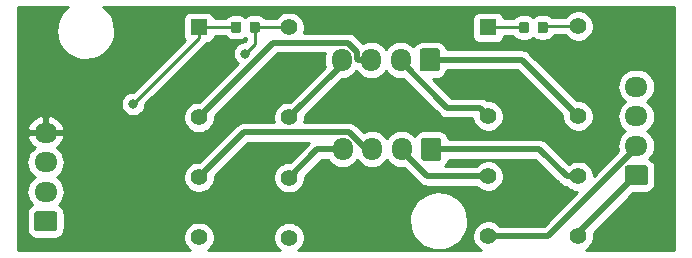
<source format=gbr>
G04 #@! TF.GenerationSoftware,KiCad,Pcbnew,(5.1.2)-2*
G04 #@! TF.CreationDate,2020-12-09T13:32:10+01:00*
G04 #@! TF.ProjectId,Relay-Board,52656c61-792d-4426-9f61-72642e6b6963,rev?*
G04 #@! TF.SameCoordinates,Original*
G04 #@! TF.FileFunction,Copper,L2,Bot*
G04 #@! TF.FilePolarity,Positive*
%FSLAX46Y46*%
G04 Gerber Fmt 4.6, Leading zero omitted, Abs format (unit mm)*
G04 Created by KiCad (PCBNEW (5.1.2)-2) date 2020-12-09 13:32:10*
%MOMM*%
%LPD*%
G04 APERTURE LIST*
%ADD10C,0.100000*%
%ADD11C,0.875000*%
%ADD12C,1.400000*%
%ADD13R,1.400000X1.400000*%
%ADD14O,1.700000X1.950000*%
%ADD15C,1.700000*%
%ADD16O,1.950000X1.700000*%
%ADD17C,0.800000*%
%ADD18C,0.250000*%
%ADD19C,0.500000*%
%ADD20C,0.254000*%
G04 APERTURE END LIST*
D10*
G36*
X134250591Y-49818053D02*
G01*
X134271826Y-49821203D01*
X134292650Y-49826419D01*
X134312862Y-49833651D01*
X134332268Y-49842830D01*
X134350681Y-49853866D01*
X134367924Y-49866654D01*
X134383830Y-49881070D01*
X134398246Y-49896976D01*
X134411034Y-49914219D01*
X134422070Y-49932632D01*
X134431249Y-49952038D01*
X134438481Y-49972250D01*
X134443697Y-49993074D01*
X134446847Y-50014309D01*
X134447900Y-50035750D01*
X134447900Y-50548250D01*
X134446847Y-50569691D01*
X134443697Y-50590926D01*
X134438481Y-50611750D01*
X134431249Y-50631962D01*
X134422070Y-50651368D01*
X134411034Y-50669781D01*
X134398246Y-50687024D01*
X134383830Y-50702930D01*
X134367924Y-50717346D01*
X134350681Y-50730134D01*
X134332268Y-50741170D01*
X134312862Y-50750349D01*
X134292650Y-50757581D01*
X134271826Y-50762797D01*
X134250591Y-50765947D01*
X134229150Y-50767000D01*
X133791650Y-50767000D01*
X133770209Y-50765947D01*
X133748974Y-50762797D01*
X133728150Y-50757581D01*
X133707938Y-50750349D01*
X133688532Y-50741170D01*
X133670119Y-50730134D01*
X133652876Y-50717346D01*
X133636970Y-50702930D01*
X133622554Y-50687024D01*
X133609766Y-50669781D01*
X133598730Y-50651368D01*
X133589551Y-50631962D01*
X133582319Y-50611750D01*
X133577103Y-50590926D01*
X133573953Y-50569691D01*
X133572900Y-50548250D01*
X133572900Y-50035750D01*
X133573953Y-50014309D01*
X133577103Y-49993074D01*
X133582319Y-49972250D01*
X133589551Y-49952038D01*
X133598730Y-49932632D01*
X133609766Y-49914219D01*
X133622554Y-49896976D01*
X133636970Y-49881070D01*
X133652876Y-49866654D01*
X133670119Y-49853866D01*
X133688532Y-49842830D01*
X133707938Y-49833651D01*
X133728150Y-49826419D01*
X133748974Y-49821203D01*
X133770209Y-49818053D01*
X133791650Y-49817000D01*
X134229150Y-49817000D01*
X134250591Y-49818053D01*
X134250591Y-49818053D01*
G37*
D11*
X134010400Y-50292000D03*
D10*
G36*
X132667791Y-49818053D02*
G01*
X132689026Y-49821203D01*
X132709850Y-49826419D01*
X132730062Y-49833651D01*
X132749468Y-49842830D01*
X132767881Y-49853866D01*
X132785124Y-49866654D01*
X132801030Y-49881070D01*
X132815446Y-49896976D01*
X132828234Y-49914219D01*
X132839270Y-49932632D01*
X132848449Y-49952038D01*
X132855681Y-49972250D01*
X132860897Y-49993074D01*
X132864047Y-50014309D01*
X132865100Y-50035750D01*
X132865100Y-50548250D01*
X132864047Y-50569691D01*
X132860897Y-50590926D01*
X132855681Y-50611750D01*
X132848449Y-50631962D01*
X132839270Y-50651368D01*
X132828234Y-50669781D01*
X132815446Y-50687024D01*
X132801030Y-50702930D01*
X132785124Y-50717346D01*
X132767881Y-50730134D01*
X132749468Y-50741170D01*
X132730062Y-50750349D01*
X132709850Y-50757581D01*
X132689026Y-50762797D01*
X132667791Y-50765947D01*
X132646350Y-50767000D01*
X132208850Y-50767000D01*
X132187409Y-50765947D01*
X132166174Y-50762797D01*
X132145350Y-50757581D01*
X132125138Y-50750349D01*
X132105732Y-50741170D01*
X132087319Y-50730134D01*
X132070076Y-50717346D01*
X132054170Y-50702930D01*
X132039754Y-50687024D01*
X132026966Y-50669781D01*
X132015930Y-50651368D01*
X132006751Y-50631962D01*
X131999519Y-50611750D01*
X131994303Y-50590926D01*
X131991153Y-50569691D01*
X131990100Y-50548250D01*
X131990100Y-50035750D01*
X131991153Y-50014309D01*
X131994303Y-49993074D01*
X131999519Y-49972250D01*
X132006751Y-49952038D01*
X132015930Y-49932632D01*
X132026966Y-49914219D01*
X132039754Y-49896976D01*
X132054170Y-49881070D01*
X132070076Y-49866654D01*
X132087319Y-49853866D01*
X132105732Y-49842830D01*
X132125138Y-49833651D01*
X132145350Y-49826419D01*
X132166174Y-49821203D01*
X132187409Y-49818053D01*
X132208850Y-49817000D01*
X132646350Y-49817000D01*
X132667791Y-49818053D01*
X132667791Y-49818053D01*
G37*
D11*
X132427600Y-50292000D03*
D10*
G36*
X109866591Y-49792653D02*
G01*
X109887826Y-49795803D01*
X109908650Y-49801019D01*
X109928862Y-49808251D01*
X109948268Y-49817430D01*
X109966681Y-49828466D01*
X109983924Y-49841254D01*
X109999830Y-49855670D01*
X110014246Y-49871576D01*
X110027034Y-49888819D01*
X110038070Y-49907232D01*
X110047249Y-49926638D01*
X110054481Y-49946850D01*
X110059697Y-49967674D01*
X110062847Y-49988909D01*
X110063900Y-50010350D01*
X110063900Y-50522850D01*
X110062847Y-50544291D01*
X110059697Y-50565526D01*
X110054481Y-50586350D01*
X110047249Y-50606562D01*
X110038070Y-50625968D01*
X110027034Y-50644381D01*
X110014246Y-50661624D01*
X109999830Y-50677530D01*
X109983924Y-50691946D01*
X109966681Y-50704734D01*
X109948268Y-50715770D01*
X109928862Y-50724949D01*
X109908650Y-50732181D01*
X109887826Y-50737397D01*
X109866591Y-50740547D01*
X109845150Y-50741600D01*
X109407650Y-50741600D01*
X109386209Y-50740547D01*
X109364974Y-50737397D01*
X109344150Y-50732181D01*
X109323938Y-50724949D01*
X109304532Y-50715770D01*
X109286119Y-50704734D01*
X109268876Y-50691946D01*
X109252970Y-50677530D01*
X109238554Y-50661624D01*
X109225766Y-50644381D01*
X109214730Y-50625968D01*
X109205551Y-50606562D01*
X109198319Y-50586350D01*
X109193103Y-50565526D01*
X109189953Y-50544291D01*
X109188900Y-50522850D01*
X109188900Y-50010350D01*
X109189953Y-49988909D01*
X109193103Y-49967674D01*
X109198319Y-49946850D01*
X109205551Y-49926638D01*
X109214730Y-49907232D01*
X109225766Y-49888819D01*
X109238554Y-49871576D01*
X109252970Y-49855670D01*
X109268876Y-49841254D01*
X109286119Y-49828466D01*
X109304532Y-49817430D01*
X109323938Y-49808251D01*
X109344150Y-49801019D01*
X109364974Y-49795803D01*
X109386209Y-49792653D01*
X109407650Y-49791600D01*
X109845150Y-49791600D01*
X109866591Y-49792653D01*
X109866591Y-49792653D01*
G37*
D11*
X109626400Y-50266600D03*
D10*
G36*
X108283791Y-49792653D02*
G01*
X108305026Y-49795803D01*
X108325850Y-49801019D01*
X108346062Y-49808251D01*
X108365468Y-49817430D01*
X108383881Y-49828466D01*
X108401124Y-49841254D01*
X108417030Y-49855670D01*
X108431446Y-49871576D01*
X108444234Y-49888819D01*
X108455270Y-49907232D01*
X108464449Y-49926638D01*
X108471681Y-49946850D01*
X108476897Y-49967674D01*
X108480047Y-49988909D01*
X108481100Y-50010350D01*
X108481100Y-50522850D01*
X108480047Y-50544291D01*
X108476897Y-50565526D01*
X108471681Y-50586350D01*
X108464449Y-50606562D01*
X108455270Y-50625968D01*
X108444234Y-50644381D01*
X108431446Y-50661624D01*
X108417030Y-50677530D01*
X108401124Y-50691946D01*
X108383881Y-50704734D01*
X108365468Y-50715770D01*
X108346062Y-50724949D01*
X108325850Y-50732181D01*
X108305026Y-50737397D01*
X108283791Y-50740547D01*
X108262350Y-50741600D01*
X107824850Y-50741600D01*
X107803409Y-50740547D01*
X107782174Y-50737397D01*
X107761350Y-50732181D01*
X107741138Y-50724949D01*
X107721732Y-50715770D01*
X107703319Y-50704734D01*
X107686076Y-50691946D01*
X107670170Y-50677530D01*
X107655754Y-50661624D01*
X107642966Y-50644381D01*
X107631930Y-50625968D01*
X107622751Y-50606562D01*
X107615519Y-50586350D01*
X107610303Y-50565526D01*
X107607153Y-50544291D01*
X107606100Y-50522850D01*
X107606100Y-50010350D01*
X107607153Y-49988909D01*
X107610303Y-49967674D01*
X107615519Y-49946850D01*
X107622751Y-49926638D01*
X107631930Y-49907232D01*
X107642966Y-49888819D01*
X107655754Y-49871576D01*
X107670170Y-49855670D01*
X107686076Y-49841254D01*
X107703319Y-49828466D01*
X107721732Y-49817430D01*
X107741138Y-49808251D01*
X107761350Y-49801019D01*
X107782174Y-49795803D01*
X107803409Y-49792653D01*
X107824850Y-49791600D01*
X108262350Y-49791600D01*
X108283791Y-49792653D01*
X108283791Y-49792653D01*
G37*
D11*
X108043600Y-50266600D03*
D12*
X137007600Y-57810400D03*
X137017600Y-67980400D03*
X137017600Y-62900400D03*
X129387600Y-57810400D03*
X129387600Y-67970400D03*
X129387600Y-62880400D03*
X137007600Y-50190400D03*
D13*
X129387600Y-50290000D03*
D12*
X112522000Y-57912000D03*
X112532000Y-68082000D03*
X112532000Y-63002000D03*
X104902000Y-57912000D03*
X104902000Y-68072000D03*
X104902000Y-62982000D03*
X112522000Y-50292000D03*
D13*
X104902000Y-50290000D03*
D14*
X117061600Y-60604400D03*
X119561600Y-60604400D03*
X122061600Y-60604400D03*
D10*
G36*
X125190994Y-59630603D02*
G01*
X125215253Y-59634202D01*
X125239042Y-59640161D01*
X125262133Y-59648423D01*
X125284302Y-59658908D01*
X125305337Y-59671516D01*
X125325035Y-59686125D01*
X125343206Y-59702594D01*
X125359675Y-59720765D01*
X125374284Y-59740463D01*
X125386892Y-59761498D01*
X125397377Y-59783667D01*
X125405639Y-59806758D01*
X125411598Y-59830547D01*
X125415197Y-59854806D01*
X125416400Y-59879300D01*
X125416400Y-61329500D01*
X125415197Y-61353994D01*
X125411598Y-61378253D01*
X125405639Y-61402042D01*
X125397377Y-61425133D01*
X125386892Y-61447302D01*
X125374284Y-61468337D01*
X125359675Y-61488035D01*
X125343206Y-61506206D01*
X125325035Y-61522675D01*
X125305337Y-61537284D01*
X125284302Y-61549892D01*
X125262133Y-61560377D01*
X125239042Y-61568639D01*
X125215253Y-61574598D01*
X125190994Y-61578197D01*
X125166500Y-61579400D01*
X123966300Y-61579400D01*
X123941806Y-61578197D01*
X123917547Y-61574598D01*
X123893758Y-61568639D01*
X123870667Y-61560377D01*
X123848498Y-61549892D01*
X123827463Y-61537284D01*
X123807765Y-61522675D01*
X123789594Y-61506206D01*
X123773125Y-61488035D01*
X123758516Y-61468337D01*
X123745908Y-61447302D01*
X123735423Y-61425133D01*
X123727161Y-61402042D01*
X123721202Y-61378253D01*
X123717603Y-61353994D01*
X123716400Y-61329500D01*
X123716400Y-59879300D01*
X123717603Y-59854806D01*
X123721202Y-59830547D01*
X123727161Y-59806758D01*
X123735423Y-59783667D01*
X123745908Y-59761498D01*
X123758516Y-59740463D01*
X123773125Y-59720765D01*
X123789594Y-59702594D01*
X123807765Y-59686125D01*
X123827463Y-59671516D01*
X123848498Y-59658908D01*
X123870667Y-59648423D01*
X123893758Y-59640161D01*
X123917547Y-59634202D01*
X123941806Y-59630603D01*
X123966300Y-59629400D01*
X125166500Y-59629400D01*
X125190994Y-59630603D01*
X125190994Y-59630603D01*
G37*
D15*
X124566400Y-60604400D03*
D16*
X141935200Y-55314200D03*
X141935200Y-57814200D03*
X141935200Y-60314200D03*
D10*
G36*
X142684704Y-61965404D02*
G01*
X142708973Y-61969004D01*
X142732771Y-61974965D01*
X142755871Y-61983230D01*
X142778049Y-61993720D01*
X142799093Y-62006333D01*
X142818798Y-62020947D01*
X142836977Y-62037423D01*
X142853453Y-62055602D01*
X142868067Y-62075307D01*
X142880680Y-62096351D01*
X142891170Y-62118529D01*
X142899435Y-62141629D01*
X142905396Y-62165427D01*
X142908996Y-62189696D01*
X142910200Y-62214200D01*
X142910200Y-63414200D01*
X142908996Y-63438704D01*
X142905396Y-63462973D01*
X142899435Y-63486771D01*
X142891170Y-63509871D01*
X142880680Y-63532049D01*
X142868067Y-63553093D01*
X142853453Y-63572798D01*
X142836977Y-63590977D01*
X142818798Y-63607453D01*
X142799093Y-63622067D01*
X142778049Y-63634680D01*
X142755871Y-63645170D01*
X142732771Y-63653435D01*
X142708973Y-63659396D01*
X142684704Y-63662996D01*
X142660200Y-63664200D01*
X141210200Y-63664200D01*
X141185696Y-63662996D01*
X141161427Y-63659396D01*
X141137629Y-63653435D01*
X141114529Y-63645170D01*
X141092351Y-63634680D01*
X141071307Y-63622067D01*
X141051602Y-63607453D01*
X141033423Y-63590977D01*
X141016947Y-63572798D01*
X141002333Y-63553093D01*
X140989720Y-63532049D01*
X140979230Y-63509871D01*
X140970965Y-63486771D01*
X140965004Y-63462973D01*
X140961404Y-63438704D01*
X140960200Y-63414200D01*
X140960200Y-62214200D01*
X140961404Y-62189696D01*
X140965004Y-62165427D01*
X140970965Y-62141629D01*
X140979230Y-62118529D01*
X140989720Y-62096351D01*
X141002333Y-62075307D01*
X141016947Y-62055602D01*
X141033423Y-62037423D01*
X141051602Y-62020947D01*
X141071307Y-62006333D01*
X141092351Y-61993720D01*
X141114529Y-61983230D01*
X141137629Y-61974965D01*
X141161427Y-61969004D01*
X141185696Y-61965404D01*
X141210200Y-61964200D01*
X142660200Y-61964200D01*
X142684704Y-61965404D01*
X142684704Y-61965404D01*
G37*
D15*
X141935200Y-62814200D03*
D14*
X116985400Y-53035200D03*
X119485400Y-53035200D03*
X121985400Y-53035200D03*
D10*
G36*
X125063994Y-52061403D02*
G01*
X125088253Y-52065002D01*
X125112042Y-52070961D01*
X125135133Y-52079223D01*
X125157302Y-52089708D01*
X125178337Y-52102316D01*
X125198035Y-52116925D01*
X125216206Y-52133394D01*
X125232675Y-52151565D01*
X125247284Y-52171263D01*
X125259892Y-52192298D01*
X125270377Y-52214467D01*
X125278639Y-52237558D01*
X125284598Y-52261347D01*
X125288197Y-52285606D01*
X125289400Y-52310100D01*
X125289400Y-53760300D01*
X125288197Y-53784794D01*
X125284598Y-53809053D01*
X125278639Y-53832842D01*
X125270377Y-53855933D01*
X125259892Y-53878102D01*
X125247284Y-53899137D01*
X125232675Y-53918835D01*
X125216206Y-53937006D01*
X125198035Y-53953475D01*
X125178337Y-53968084D01*
X125157302Y-53980692D01*
X125135133Y-53991177D01*
X125112042Y-53999439D01*
X125088253Y-54005398D01*
X125063994Y-54008997D01*
X125039500Y-54010200D01*
X123839300Y-54010200D01*
X123814806Y-54008997D01*
X123790547Y-54005398D01*
X123766758Y-53999439D01*
X123743667Y-53991177D01*
X123721498Y-53980692D01*
X123700463Y-53968084D01*
X123680765Y-53953475D01*
X123662594Y-53937006D01*
X123646125Y-53918835D01*
X123631516Y-53899137D01*
X123618908Y-53878102D01*
X123608423Y-53855933D01*
X123600161Y-53832842D01*
X123594202Y-53809053D01*
X123590603Y-53784794D01*
X123589400Y-53760300D01*
X123589400Y-52310100D01*
X123590603Y-52285606D01*
X123594202Y-52261347D01*
X123600161Y-52237558D01*
X123608423Y-52214467D01*
X123618908Y-52192298D01*
X123631516Y-52171263D01*
X123646125Y-52151565D01*
X123662594Y-52133394D01*
X123680765Y-52116925D01*
X123700463Y-52102316D01*
X123721498Y-52089708D01*
X123743667Y-52079223D01*
X123766758Y-52070961D01*
X123790547Y-52065002D01*
X123814806Y-52061403D01*
X123839300Y-52060200D01*
X125039500Y-52060200D01*
X125063994Y-52061403D01*
X125063994Y-52061403D01*
G37*
D15*
X124439400Y-53035200D03*
D16*
X91922600Y-59200400D03*
X91922600Y-61700400D03*
X91922600Y-64200400D03*
D10*
G36*
X92672104Y-65851604D02*
G01*
X92696373Y-65855204D01*
X92720171Y-65861165D01*
X92743271Y-65869430D01*
X92765449Y-65879920D01*
X92786493Y-65892533D01*
X92806198Y-65907147D01*
X92824377Y-65923623D01*
X92840853Y-65941802D01*
X92855467Y-65961507D01*
X92868080Y-65982551D01*
X92878570Y-66004729D01*
X92886835Y-66027829D01*
X92892796Y-66051627D01*
X92896396Y-66075896D01*
X92897600Y-66100400D01*
X92897600Y-67300400D01*
X92896396Y-67324904D01*
X92892796Y-67349173D01*
X92886835Y-67372971D01*
X92878570Y-67396071D01*
X92868080Y-67418249D01*
X92855467Y-67439293D01*
X92840853Y-67458998D01*
X92824377Y-67477177D01*
X92806198Y-67493653D01*
X92786493Y-67508267D01*
X92765449Y-67520880D01*
X92743271Y-67531370D01*
X92720171Y-67539635D01*
X92696373Y-67545596D01*
X92672104Y-67549196D01*
X92647600Y-67550400D01*
X91197600Y-67550400D01*
X91173096Y-67549196D01*
X91148827Y-67545596D01*
X91125029Y-67539635D01*
X91101929Y-67531370D01*
X91079751Y-67520880D01*
X91058707Y-67508267D01*
X91039002Y-67493653D01*
X91020823Y-67477177D01*
X91004347Y-67458998D01*
X90989733Y-67439293D01*
X90977120Y-67418249D01*
X90966630Y-67396071D01*
X90958365Y-67372971D01*
X90952404Y-67349173D01*
X90948804Y-67324904D01*
X90947600Y-67300400D01*
X90947600Y-66100400D01*
X90948804Y-66075896D01*
X90952404Y-66051627D01*
X90958365Y-66027829D01*
X90966630Y-66004729D01*
X90977120Y-65982551D01*
X90989733Y-65961507D01*
X91004347Y-65941802D01*
X91020823Y-65923623D01*
X91039002Y-65907147D01*
X91058707Y-65892533D01*
X91079751Y-65879920D01*
X91101929Y-65869430D01*
X91125029Y-65861165D01*
X91148827Y-65855204D01*
X91173096Y-65851604D01*
X91197600Y-65850400D01*
X92647600Y-65850400D01*
X92672104Y-65851604D01*
X92672104Y-65851604D01*
G37*
D15*
X91922600Y-66700400D03*
D17*
X108818680Y-52501800D03*
X99344480Y-56774080D03*
D18*
X109651800Y-50292000D02*
X109626400Y-50266600D01*
X112522000Y-50292000D02*
X109651800Y-50292000D01*
X109626400Y-51694080D02*
X109626400Y-50266600D01*
X108818680Y-52501800D02*
X109626400Y-51694080D01*
X134112000Y-50190400D02*
X134010400Y-50292000D01*
X137007600Y-50190400D02*
X134112000Y-50190400D01*
D19*
X116985400Y-53448600D02*
X116985400Y-53035200D01*
X112522000Y-57912000D02*
X116985400Y-53448600D01*
X111203810Y-51610190D02*
X105601999Y-57212001D01*
X118285410Y-52371719D02*
X117523881Y-51610190D01*
X117523881Y-51610190D02*
X111203810Y-51610190D01*
X118285410Y-52946450D02*
X118285410Y-52371719D01*
X118374160Y-53035200D02*
X118285410Y-52946450D01*
X105601999Y-57212001D02*
X104902000Y-57912000D01*
X119485400Y-53035200D02*
X118374160Y-53035200D01*
X121985400Y-53160200D02*
X121985400Y-53035200D01*
X125935601Y-57110401D02*
X121985400Y-53160200D01*
X128687601Y-57110401D02*
X125935601Y-57110401D01*
X129387600Y-57810400D02*
X128687601Y-57110401D01*
X132232400Y-53035200D02*
X124439400Y-53035200D01*
X137007600Y-57810400D02*
X132232400Y-53035200D01*
X130377549Y-67970400D02*
X129387600Y-67970400D01*
X134464034Y-67970400D02*
X130377549Y-67970400D01*
X141935200Y-60499234D02*
X134464034Y-67970400D01*
X141935200Y-60314200D02*
X141935200Y-60499234D01*
X137017600Y-67731800D02*
X137017600Y-67980400D01*
X141935200Y-62814200D02*
X137017600Y-67731800D01*
X114929600Y-60604400D02*
X117061600Y-60604400D01*
X112532000Y-63002000D02*
X114929600Y-60604400D01*
X105601999Y-62282001D02*
X104902000Y-62982000D01*
X108704610Y-59179390D02*
X105601999Y-62282001D01*
X117600081Y-59179390D02*
X108704610Y-59179390D01*
X119025091Y-60604400D02*
X117600081Y-59179390D01*
X119561600Y-60604400D02*
X119025091Y-60604400D01*
X122061600Y-60729400D02*
X122061600Y-60604400D01*
X124212600Y-62880400D02*
X122061600Y-60729400D01*
X129387600Y-62880400D02*
X124212600Y-62880400D01*
X125516400Y-60604400D02*
X124566400Y-60604400D01*
X133731651Y-60604400D02*
X125516400Y-60604400D01*
X136027651Y-62900400D02*
X133731651Y-60604400D01*
X137017600Y-62900400D02*
X136027651Y-62900400D01*
D18*
X108020200Y-50290000D02*
X108043600Y-50266600D01*
X104902000Y-50290000D02*
X108020200Y-50290000D01*
X129389600Y-50292000D02*
X129387600Y-50290000D01*
X132427600Y-50292000D02*
X129389600Y-50292000D01*
X104902000Y-51216560D02*
X104902000Y-50290000D01*
X99344480Y-56774080D02*
X104902000Y-51216560D01*
D20*
G36*
X93509014Y-48811161D02*
G01*
X93205341Y-49194301D01*
X92981870Y-49629128D01*
X92847113Y-50099080D01*
X92806204Y-50586255D01*
X92860700Y-51072099D01*
X93008526Y-51538104D01*
X93244051Y-51966522D01*
X93558303Y-52341034D01*
X93939314Y-52647375D01*
X94372570Y-52873876D01*
X94841570Y-53011910D01*
X95328448Y-53056219D01*
X95814660Y-53005116D01*
X96281687Y-52860547D01*
X96711738Y-52628019D01*
X97088435Y-52316389D01*
X97397428Y-51937526D01*
X97626948Y-51505861D01*
X97768253Y-51037837D01*
X97815960Y-50551280D01*
X97814983Y-50481336D01*
X97753709Y-49996301D01*
X97599391Y-49532405D01*
X97357908Y-49107317D01*
X97038457Y-48737229D01*
X96816733Y-48564000D01*
X145111001Y-48564000D01*
X145111000Y-69165000D01*
X137646244Y-69165000D01*
X137649959Y-69163461D01*
X137868613Y-69017362D01*
X138054562Y-68831413D01*
X138200661Y-68612759D01*
X138301296Y-68369805D01*
X138352600Y-68111886D01*
X138352600Y-67848914D01*
X138319329Y-67681650D01*
X141698707Y-64302272D01*
X142660200Y-64302272D01*
X142833454Y-64285208D01*
X143000050Y-64234672D01*
X143153586Y-64152605D01*
X143288162Y-64042162D01*
X143398605Y-63907586D01*
X143480672Y-63754050D01*
X143531208Y-63587454D01*
X143548272Y-63414200D01*
X143548272Y-62214200D01*
X143531208Y-62040946D01*
X143480672Y-61874350D01*
X143398605Y-61720814D01*
X143288162Y-61586238D01*
X143153586Y-61475795D01*
X143051863Y-61421423D01*
X143115334Y-61369334D01*
X143300906Y-61143214D01*
X143438799Y-60885234D01*
X143523713Y-60605311D01*
X143552385Y-60314200D01*
X143523713Y-60023089D01*
X143438799Y-59743166D01*
X143300906Y-59485186D01*
X143115334Y-59259066D01*
X142889214Y-59073494D01*
X142871826Y-59064200D01*
X142889214Y-59054906D01*
X143115334Y-58869334D01*
X143300906Y-58643214D01*
X143438799Y-58385234D01*
X143523713Y-58105311D01*
X143552385Y-57814200D01*
X143523713Y-57523089D01*
X143438799Y-57243166D01*
X143300906Y-56985186D01*
X143115334Y-56759066D01*
X142889214Y-56573494D01*
X142871826Y-56564200D01*
X142889214Y-56554906D01*
X143115334Y-56369334D01*
X143300906Y-56143214D01*
X143438799Y-55885234D01*
X143523713Y-55605311D01*
X143552385Y-55314200D01*
X143523713Y-55023089D01*
X143438799Y-54743166D01*
X143300906Y-54485186D01*
X143115334Y-54259066D01*
X142889214Y-54073494D01*
X142631234Y-53935601D01*
X142351311Y-53850687D01*
X142133150Y-53829200D01*
X141737250Y-53829200D01*
X141519089Y-53850687D01*
X141239166Y-53935601D01*
X140981186Y-54073494D01*
X140755066Y-54259066D01*
X140569494Y-54485186D01*
X140431601Y-54743166D01*
X140346687Y-55023089D01*
X140318015Y-55314200D01*
X140346687Y-55605311D01*
X140431601Y-55885234D01*
X140569494Y-56143214D01*
X140755066Y-56369334D01*
X140981186Y-56554906D01*
X140998574Y-56564200D01*
X140981186Y-56573494D01*
X140755066Y-56759066D01*
X140569494Y-56985186D01*
X140431601Y-57243166D01*
X140346687Y-57523089D01*
X140318015Y-57814200D01*
X140346687Y-58105311D01*
X140431601Y-58385234D01*
X140569494Y-58643214D01*
X140755066Y-58869334D01*
X140981186Y-59054906D01*
X140998574Y-59064200D01*
X140981186Y-59073494D01*
X140755066Y-59259066D01*
X140569494Y-59485186D01*
X140431601Y-59743166D01*
X140346687Y-60023089D01*
X140318015Y-60314200D01*
X140346687Y-60605311D01*
X140400418Y-60782437D01*
X138352600Y-62830255D01*
X138352600Y-62768914D01*
X138301296Y-62510995D01*
X138200661Y-62268041D01*
X138054562Y-62049387D01*
X137868613Y-61863438D01*
X137649959Y-61717339D01*
X137407005Y-61616704D01*
X137149086Y-61565400D01*
X136886114Y-61565400D01*
X136628195Y-61616704D01*
X136385241Y-61717339D01*
X136211954Y-61833125D01*
X134388185Y-60009356D01*
X134360468Y-59975583D01*
X134225710Y-59864989D01*
X134071964Y-59782811D01*
X133905141Y-59732205D01*
X133775128Y-59719400D01*
X133775120Y-59719400D01*
X133731651Y-59715119D01*
X133688182Y-59719400D01*
X126038723Y-59719400D01*
X126037410Y-59706065D01*
X125986879Y-59539488D01*
X125904822Y-59385969D01*
X125794391Y-59251409D01*
X125659831Y-59140978D01*
X125506312Y-59058921D01*
X125339735Y-59008390D01*
X125166500Y-58991328D01*
X123966300Y-58991328D01*
X123793065Y-59008390D01*
X123626488Y-59058921D01*
X123472969Y-59140978D01*
X123338409Y-59251409D01*
X123227978Y-59385969D01*
X123171705Y-59491249D01*
X123116734Y-59424266D01*
X122890614Y-59238694D01*
X122632634Y-59100801D01*
X122352711Y-59015887D01*
X122061600Y-58987215D01*
X121770490Y-59015887D01*
X121490567Y-59100801D01*
X121232587Y-59238694D01*
X121006466Y-59424266D01*
X120820894Y-59650386D01*
X120811600Y-59667774D01*
X120802306Y-59650386D01*
X120616734Y-59424266D01*
X120390614Y-59238694D01*
X120132634Y-59100801D01*
X119852711Y-59015887D01*
X119561600Y-58987215D01*
X119270490Y-59015887D01*
X118990567Y-59100801D01*
X118848830Y-59176561D01*
X118256615Y-58584346D01*
X118228898Y-58550573D01*
X118094140Y-58439979D01*
X117940394Y-58357801D01*
X117773571Y-58307195D01*
X117643558Y-58294390D01*
X117643550Y-58294390D01*
X117600081Y-58290109D01*
X117556612Y-58294390D01*
X113807091Y-58294390D01*
X113857000Y-58043486D01*
X113857000Y-57828578D01*
X117038415Y-54647163D01*
X117276510Y-54623713D01*
X117556433Y-54538799D01*
X117814413Y-54400906D01*
X118040534Y-54215334D01*
X118226106Y-53989214D01*
X118235400Y-53971826D01*
X118244694Y-53989213D01*
X118430266Y-54215334D01*
X118656386Y-54400906D01*
X118914366Y-54538799D01*
X119194289Y-54623713D01*
X119485400Y-54652385D01*
X119776510Y-54623713D01*
X120056433Y-54538799D01*
X120314413Y-54400906D01*
X120540534Y-54215334D01*
X120726106Y-53989214D01*
X120735400Y-53971826D01*
X120744694Y-53989213D01*
X120930266Y-54215334D01*
X121156386Y-54400906D01*
X121414366Y-54538799D01*
X121694289Y-54623713D01*
X121985400Y-54652385D01*
X122204434Y-54630812D01*
X125279071Y-57705450D01*
X125306784Y-57739218D01*
X125340552Y-57766931D01*
X125340554Y-57766933D01*
X125393519Y-57810400D01*
X125441542Y-57849812D01*
X125595288Y-57931990D01*
X125762111Y-57982596D01*
X125892124Y-57995401D01*
X125892132Y-57995401D01*
X125935601Y-57999682D01*
X125979070Y-57995401D01*
X128063245Y-57995401D01*
X128103904Y-58199805D01*
X128204539Y-58442759D01*
X128350638Y-58661413D01*
X128536587Y-58847362D01*
X128755241Y-58993461D01*
X128998195Y-59094096D01*
X129256114Y-59145400D01*
X129519086Y-59145400D01*
X129777005Y-59094096D01*
X130019959Y-58993461D01*
X130238613Y-58847362D01*
X130424562Y-58661413D01*
X130570661Y-58442759D01*
X130671296Y-58199805D01*
X130722600Y-57941886D01*
X130722600Y-57678914D01*
X130671296Y-57420995D01*
X130570661Y-57178041D01*
X130424562Y-56959387D01*
X130238613Y-56773438D01*
X130019959Y-56627339D01*
X129777005Y-56526704D01*
X129519086Y-56475400D01*
X129308883Y-56475400D01*
X129181660Y-56370990D01*
X129027914Y-56288812D01*
X128861091Y-56238206D01*
X128731078Y-56225401D01*
X128731070Y-56225401D01*
X128687601Y-56221120D01*
X128644132Y-56225401D01*
X126302180Y-56225401D01*
X124725051Y-54648272D01*
X125039500Y-54648272D01*
X125212735Y-54631210D01*
X125379312Y-54580679D01*
X125532831Y-54498622D01*
X125667391Y-54388191D01*
X125777822Y-54253631D01*
X125859879Y-54100112D01*
X125910410Y-53933535D01*
X125911723Y-53920200D01*
X131865822Y-53920200D01*
X135672600Y-57726979D01*
X135672600Y-57941886D01*
X135723904Y-58199805D01*
X135824539Y-58442759D01*
X135970638Y-58661413D01*
X136156587Y-58847362D01*
X136375241Y-58993461D01*
X136618195Y-59094096D01*
X136876114Y-59145400D01*
X137139086Y-59145400D01*
X137397005Y-59094096D01*
X137639959Y-58993461D01*
X137858613Y-58847362D01*
X138044562Y-58661413D01*
X138190661Y-58442759D01*
X138291296Y-58199805D01*
X138342600Y-57941886D01*
X138342600Y-57678914D01*
X138291296Y-57420995D01*
X138190661Y-57178041D01*
X138044562Y-56959387D01*
X137858613Y-56773438D01*
X137639959Y-56627339D01*
X137397005Y-56526704D01*
X137139086Y-56475400D01*
X136924179Y-56475400D01*
X132888932Y-52440154D01*
X132861217Y-52406383D01*
X132726459Y-52295789D01*
X132572713Y-52213611D01*
X132405890Y-52163005D01*
X132275877Y-52150200D01*
X132275869Y-52150200D01*
X132232400Y-52145919D01*
X132188931Y-52150200D01*
X125911723Y-52150200D01*
X125910410Y-52136865D01*
X125859879Y-51970288D01*
X125777822Y-51816769D01*
X125667391Y-51682209D01*
X125532831Y-51571778D01*
X125379312Y-51489721D01*
X125212735Y-51439190D01*
X125039500Y-51422128D01*
X123839300Y-51422128D01*
X123666065Y-51439190D01*
X123499488Y-51489721D01*
X123345969Y-51571778D01*
X123211409Y-51682209D01*
X123100978Y-51816769D01*
X123064742Y-51884563D01*
X123040534Y-51855066D01*
X122814414Y-51669494D01*
X122556434Y-51531601D01*
X122276511Y-51446687D01*
X121985400Y-51418015D01*
X121694290Y-51446687D01*
X121414367Y-51531601D01*
X121156387Y-51669494D01*
X120930266Y-51855066D01*
X120744694Y-52081186D01*
X120735400Y-52098574D01*
X120726106Y-52081186D01*
X120540534Y-51855066D01*
X120314414Y-51669494D01*
X120056434Y-51531601D01*
X119776511Y-51446687D01*
X119485400Y-51418015D01*
X119194290Y-51446687D01*
X118914367Y-51531601D01*
X118772630Y-51607361D01*
X118180415Y-51015146D01*
X118152698Y-50981373D01*
X118017940Y-50870779D01*
X117864194Y-50788601D01*
X117697371Y-50737995D01*
X117567358Y-50725190D01*
X117567350Y-50725190D01*
X117523881Y-50720909D01*
X117480412Y-50725190D01*
X113787560Y-50725190D01*
X113805696Y-50681405D01*
X113857000Y-50423486D01*
X113857000Y-50160514D01*
X113805696Y-49902595D01*
X113705061Y-49659641D01*
X113658529Y-49590000D01*
X128049528Y-49590000D01*
X128049528Y-50990000D01*
X128061788Y-51114482D01*
X128098098Y-51234180D01*
X128157063Y-51344494D01*
X128236415Y-51441185D01*
X128333106Y-51520537D01*
X128443420Y-51579502D01*
X128563118Y-51615812D01*
X128687600Y-51628072D01*
X130087600Y-51628072D01*
X130212082Y-51615812D01*
X130331780Y-51579502D01*
X130442094Y-51520537D01*
X130538785Y-51441185D01*
X130618137Y-51344494D01*
X130677102Y-51234180D01*
X130713412Y-51114482D01*
X130719566Y-51052000D01*
X131519182Y-51052000D01*
X131602985Y-51154115D01*
X131732825Y-51260671D01*
X131880958Y-51339850D01*
X132041692Y-51388608D01*
X132208850Y-51405072D01*
X132646350Y-51405072D01*
X132813508Y-51388608D01*
X132974242Y-51339850D01*
X133122375Y-51260671D01*
X133219000Y-51181374D01*
X133315625Y-51260671D01*
X133463758Y-51339850D01*
X133624492Y-51388608D01*
X133791650Y-51405072D01*
X134229150Y-51405072D01*
X134396308Y-51388608D01*
X134557042Y-51339850D01*
X134705175Y-51260671D01*
X134835015Y-51154115D01*
X134941571Y-51024275D01*
X134981058Y-50950400D01*
X135909825Y-50950400D01*
X135970638Y-51041413D01*
X136156587Y-51227362D01*
X136375241Y-51373461D01*
X136618195Y-51474096D01*
X136876114Y-51525400D01*
X137139086Y-51525400D01*
X137397005Y-51474096D01*
X137639959Y-51373461D01*
X137858613Y-51227362D01*
X138044562Y-51041413D01*
X138190661Y-50822759D01*
X138291296Y-50579805D01*
X138342600Y-50321886D01*
X138342600Y-50058914D01*
X138291296Y-49800995D01*
X138190661Y-49558041D01*
X138044562Y-49339387D01*
X137858613Y-49153438D01*
X137639959Y-49007339D01*
X137397005Y-48906704D01*
X137139086Y-48855400D01*
X136876114Y-48855400D01*
X136618195Y-48906704D01*
X136375241Y-49007339D01*
X136156587Y-49153438D01*
X135970638Y-49339387D01*
X135909825Y-49430400D01*
X134835438Y-49430400D01*
X134835015Y-49429885D01*
X134705175Y-49323329D01*
X134557042Y-49244150D01*
X134396308Y-49195392D01*
X134229150Y-49178928D01*
X133791650Y-49178928D01*
X133624492Y-49195392D01*
X133463758Y-49244150D01*
X133315625Y-49323329D01*
X133219000Y-49402626D01*
X133122375Y-49323329D01*
X132974242Y-49244150D01*
X132813508Y-49195392D01*
X132646350Y-49178928D01*
X132208850Y-49178928D01*
X132041692Y-49195392D01*
X131880958Y-49244150D01*
X131732825Y-49323329D01*
X131602985Y-49429885D01*
X131519182Y-49532000D01*
X130719960Y-49532000D01*
X130713412Y-49465518D01*
X130677102Y-49345820D01*
X130618137Y-49235506D01*
X130538785Y-49138815D01*
X130442094Y-49059463D01*
X130331780Y-49000498D01*
X130212082Y-48964188D01*
X130087600Y-48951928D01*
X128687600Y-48951928D01*
X128563118Y-48964188D01*
X128443420Y-49000498D01*
X128333106Y-49059463D01*
X128236415Y-49138815D01*
X128157063Y-49235506D01*
X128098098Y-49345820D01*
X128061788Y-49465518D01*
X128049528Y-49590000D01*
X113658529Y-49590000D01*
X113558962Y-49440987D01*
X113373013Y-49255038D01*
X113154359Y-49108939D01*
X112911405Y-49008304D01*
X112653486Y-48957000D01*
X112390514Y-48957000D01*
X112132595Y-49008304D01*
X111889641Y-49108939D01*
X111670987Y-49255038D01*
X111485038Y-49440987D01*
X111424225Y-49532000D01*
X110555663Y-49532000D01*
X110451015Y-49404485D01*
X110321175Y-49297929D01*
X110173042Y-49218750D01*
X110012308Y-49169992D01*
X109845150Y-49153528D01*
X109407650Y-49153528D01*
X109240492Y-49169992D01*
X109079758Y-49218750D01*
X108931625Y-49297929D01*
X108835000Y-49377226D01*
X108738375Y-49297929D01*
X108590242Y-49218750D01*
X108429508Y-49169992D01*
X108262350Y-49153528D01*
X107824850Y-49153528D01*
X107657692Y-49169992D01*
X107496958Y-49218750D01*
X107348825Y-49297929D01*
X107218985Y-49404485D01*
X107115978Y-49530000D01*
X106234163Y-49530000D01*
X106227812Y-49465518D01*
X106191502Y-49345820D01*
X106132537Y-49235506D01*
X106053185Y-49138815D01*
X105956494Y-49059463D01*
X105846180Y-49000498D01*
X105726482Y-48964188D01*
X105602000Y-48951928D01*
X104202000Y-48951928D01*
X104077518Y-48964188D01*
X103957820Y-49000498D01*
X103847506Y-49059463D01*
X103750815Y-49138815D01*
X103671463Y-49235506D01*
X103612498Y-49345820D01*
X103576188Y-49465518D01*
X103563928Y-49590000D01*
X103563928Y-50990000D01*
X103576188Y-51114482D01*
X103612498Y-51234180D01*
X103671463Y-51344494D01*
X103683994Y-51359764D01*
X99304679Y-55739080D01*
X99242541Y-55739080D01*
X99042582Y-55778854D01*
X98854224Y-55856875D01*
X98684706Y-55970143D01*
X98540543Y-56114306D01*
X98427275Y-56283824D01*
X98349254Y-56472182D01*
X98309480Y-56672141D01*
X98309480Y-56876019D01*
X98349254Y-57075978D01*
X98427275Y-57264336D01*
X98540543Y-57433854D01*
X98684706Y-57578017D01*
X98854224Y-57691285D01*
X99042582Y-57769306D01*
X99242541Y-57809080D01*
X99446419Y-57809080D01*
X99646378Y-57769306D01*
X99834736Y-57691285D01*
X100004254Y-57578017D01*
X100148417Y-57433854D01*
X100261685Y-57264336D01*
X100339706Y-57075978D01*
X100379480Y-56876019D01*
X100379480Y-56813881D01*
X105413004Y-51780358D01*
X105442001Y-51756561D01*
X105503020Y-51682209D01*
X105536974Y-51640837D01*
X105543797Y-51628072D01*
X105602000Y-51628072D01*
X105726482Y-51615812D01*
X105846180Y-51579502D01*
X105956494Y-51520537D01*
X106053185Y-51441185D01*
X106132537Y-51344494D01*
X106191502Y-51234180D01*
X106227812Y-51114482D01*
X106234163Y-51050000D01*
X107154386Y-51050000D01*
X107218985Y-51128715D01*
X107348825Y-51235271D01*
X107496958Y-51314450D01*
X107657692Y-51363208D01*
X107824850Y-51379672D01*
X108262350Y-51379672D01*
X108429508Y-51363208D01*
X108590242Y-51314450D01*
X108738375Y-51235271D01*
X108835000Y-51155974D01*
X108866400Y-51181743D01*
X108866400Y-51379278D01*
X108778878Y-51466800D01*
X108716741Y-51466800D01*
X108516782Y-51506574D01*
X108328424Y-51584595D01*
X108158906Y-51697863D01*
X108014743Y-51842026D01*
X107901475Y-52011544D01*
X107823454Y-52199902D01*
X107783680Y-52399861D01*
X107783680Y-52603739D01*
X107823454Y-52803698D01*
X107901475Y-52992056D01*
X108014743Y-53161574D01*
X108158906Y-53305737D01*
X108217520Y-53344901D01*
X105006958Y-56555464D01*
X105006952Y-56555469D01*
X104985421Y-56577000D01*
X104770514Y-56577000D01*
X104512595Y-56628304D01*
X104269641Y-56728939D01*
X104050987Y-56875038D01*
X103865038Y-57060987D01*
X103718939Y-57279641D01*
X103618304Y-57522595D01*
X103567000Y-57780514D01*
X103567000Y-58043486D01*
X103618304Y-58301405D01*
X103718939Y-58544359D01*
X103865038Y-58763013D01*
X104050987Y-58948962D01*
X104269641Y-59095061D01*
X104512595Y-59195696D01*
X104770514Y-59247000D01*
X105033486Y-59247000D01*
X105291405Y-59195696D01*
X105534359Y-59095061D01*
X105753013Y-58948962D01*
X105938962Y-58763013D01*
X106085061Y-58544359D01*
X106185696Y-58301405D01*
X106237000Y-58043486D01*
X106237000Y-57828579D01*
X106258531Y-57807048D01*
X106258536Y-57807042D01*
X111570389Y-52495190D01*
X115559471Y-52495190D01*
X115521887Y-52619089D01*
X115500400Y-52837250D01*
X115500400Y-53233149D01*
X115521887Y-53451310D01*
X115570583Y-53611838D01*
X112605422Y-56577000D01*
X112390514Y-56577000D01*
X112132595Y-56628304D01*
X111889641Y-56728939D01*
X111670987Y-56875038D01*
X111485038Y-57060987D01*
X111338939Y-57279641D01*
X111238304Y-57522595D01*
X111187000Y-57780514D01*
X111187000Y-58043486D01*
X111236909Y-58294390D01*
X108748079Y-58294390D01*
X108704610Y-58290109D01*
X108661141Y-58294390D01*
X108661133Y-58294390D01*
X108531120Y-58307195D01*
X108364296Y-58357801D01*
X108210551Y-58439979D01*
X108109563Y-58522858D01*
X108109561Y-58522860D01*
X108075793Y-58550573D01*
X108048080Y-58584341D01*
X105006957Y-61625465D01*
X105006952Y-61625469D01*
X104985421Y-61647000D01*
X104770514Y-61647000D01*
X104512595Y-61698304D01*
X104269641Y-61798939D01*
X104050987Y-61945038D01*
X103865038Y-62130987D01*
X103718939Y-62349641D01*
X103618304Y-62592595D01*
X103567000Y-62850514D01*
X103567000Y-63113486D01*
X103618304Y-63371405D01*
X103718939Y-63614359D01*
X103865038Y-63833013D01*
X104050987Y-64018962D01*
X104269641Y-64165061D01*
X104512595Y-64265696D01*
X104770514Y-64317000D01*
X105033486Y-64317000D01*
X105291405Y-64265696D01*
X105534359Y-64165061D01*
X105753013Y-64018962D01*
X105938962Y-63833013D01*
X106085061Y-63614359D01*
X106185696Y-63371405D01*
X106237000Y-63113486D01*
X106237000Y-62898579D01*
X106258531Y-62877048D01*
X106258535Y-62877043D01*
X109071189Y-60064390D01*
X114218031Y-60064390D01*
X112615422Y-61667000D01*
X112400514Y-61667000D01*
X112142595Y-61718304D01*
X111899641Y-61818939D01*
X111680987Y-61965038D01*
X111495038Y-62150987D01*
X111348939Y-62369641D01*
X111248304Y-62612595D01*
X111197000Y-62870514D01*
X111197000Y-63133486D01*
X111248304Y-63391405D01*
X111348939Y-63634359D01*
X111495038Y-63853013D01*
X111680987Y-64038962D01*
X111899641Y-64185061D01*
X112142595Y-64285696D01*
X112400514Y-64337000D01*
X112663486Y-64337000D01*
X112921405Y-64285696D01*
X113164359Y-64185061D01*
X113383013Y-64038962D01*
X113568962Y-63853013D01*
X113715061Y-63634359D01*
X113815696Y-63391405D01*
X113867000Y-63133486D01*
X113867000Y-62918578D01*
X115296179Y-61489400D01*
X115784006Y-61489400D01*
X115820894Y-61558413D01*
X116006466Y-61784534D01*
X116232586Y-61970106D01*
X116490566Y-62107999D01*
X116770489Y-62192913D01*
X117061600Y-62221585D01*
X117352710Y-62192913D01*
X117632633Y-62107999D01*
X117890613Y-61970106D01*
X118116734Y-61784534D01*
X118302306Y-61558414D01*
X118311600Y-61541026D01*
X118320894Y-61558413D01*
X118506466Y-61784534D01*
X118732586Y-61970106D01*
X118990566Y-62107999D01*
X119270489Y-62192913D01*
X119561600Y-62221585D01*
X119852710Y-62192913D01*
X120132633Y-62107999D01*
X120390613Y-61970106D01*
X120616734Y-61784534D01*
X120802306Y-61558414D01*
X120811600Y-61541026D01*
X120820894Y-61558413D01*
X121006466Y-61784534D01*
X121232586Y-61970106D01*
X121490566Y-62107999D01*
X121770489Y-62192913D01*
X122061600Y-62221585D01*
X122280634Y-62200012D01*
X123556070Y-63475449D01*
X123583783Y-63509217D01*
X123617551Y-63536930D01*
X123617553Y-63536932D01*
X123641923Y-63556932D01*
X123718541Y-63619811D01*
X123872287Y-63701989D01*
X124039110Y-63752595D01*
X124169123Y-63765400D01*
X124169133Y-63765400D01*
X124212599Y-63769681D01*
X124256065Y-63765400D01*
X128384625Y-63765400D01*
X128536587Y-63917362D01*
X128755241Y-64063461D01*
X128998195Y-64164096D01*
X129256114Y-64215400D01*
X129519086Y-64215400D01*
X129777005Y-64164096D01*
X130019959Y-64063461D01*
X130238613Y-63917362D01*
X130424562Y-63731413D01*
X130570661Y-63512759D01*
X130671296Y-63269805D01*
X130722600Y-63011886D01*
X130722600Y-62748914D01*
X130671296Y-62490995D01*
X130570661Y-62248041D01*
X130424562Y-62029387D01*
X130238613Y-61843438D01*
X130019959Y-61697339D01*
X129777005Y-61596704D01*
X129519086Y-61545400D01*
X129256114Y-61545400D01*
X128998195Y-61596704D01*
X128755241Y-61697339D01*
X128536587Y-61843438D01*
X128384625Y-61995400D01*
X125748077Y-61995400D01*
X125794391Y-61957391D01*
X125904822Y-61822831D01*
X125986879Y-61669312D01*
X126037410Y-61502735D01*
X126038723Y-61489400D01*
X133365073Y-61489400D01*
X135371121Y-63495449D01*
X135398834Y-63529217D01*
X135432602Y-63556930D01*
X135432604Y-63556932D01*
X135469795Y-63587454D01*
X135533592Y-63639811D01*
X135687338Y-63721989D01*
X135854161Y-63772595D01*
X135984174Y-63785400D01*
X135984184Y-63785400D01*
X136017951Y-63788726D01*
X136166587Y-63937362D01*
X136385241Y-64083461D01*
X136628195Y-64184096D01*
X136886114Y-64235400D01*
X136947456Y-64235400D01*
X134097456Y-67085400D01*
X130390575Y-67085400D01*
X130238613Y-66933438D01*
X130019959Y-66787339D01*
X129777005Y-66686704D01*
X129519086Y-66635400D01*
X129256114Y-66635400D01*
X128998195Y-66686704D01*
X128755241Y-66787339D01*
X128536587Y-66933438D01*
X128350638Y-67119387D01*
X128204539Y-67338041D01*
X128103904Y-67580995D01*
X128052600Y-67838914D01*
X128052600Y-68101886D01*
X128103904Y-68359805D01*
X128204539Y-68602759D01*
X128350638Y-68821413D01*
X128536587Y-69007362D01*
X128755241Y-69153461D01*
X128783099Y-69165000D01*
X125259557Y-69165000D01*
X125700300Y-69118676D01*
X126167327Y-68974107D01*
X126597378Y-68741579D01*
X126974075Y-68429949D01*
X127283068Y-68051086D01*
X127512588Y-67619421D01*
X127653893Y-67151397D01*
X127701600Y-66664840D01*
X127700623Y-66594896D01*
X127639349Y-66109861D01*
X127485031Y-65645965D01*
X127243548Y-65220877D01*
X126924097Y-64850789D01*
X126538846Y-64549799D01*
X126102470Y-64329369D01*
X125631589Y-64197897D01*
X125144139Y-64160389D01*
X124658688Y-64218276D01*
X124193726Y-64369351D01*
X123766963Y-64607861D01*
X123394654Y-64924721D01*
X123090981Y-65307861D01*
X122867510Y-65742688D01*
X122732753Y-66212640D01*
X122691844Y-66699815D01*
X122746340Y-67185659D01*
X122894166Y-67651664D01*
X123129691Y-68080082D01*
X123443943Y-68454594D01*
X123824954Y-68760935D01*
X124258210Y-68987436D01*
X124727210Y-69125470D01*
X125161575Y-69165000D01*
X113314112Y-69165000D01*
X113383013Y-69118962D01*
X113568962Y-68933013D01*
X113715061Y-68714359D01*
X113815696Y-68471405D01*
X113867000Y-68213486D01*
X113867000Y-67950514D01*
X113815696Y-67692595D01*
X113715061Y-67449641D01*
X113568962Y-67230987D01*
X113383013Y-67045038D01*
X113164359Y-66898939D01*
X112921405Y-66798304D01*
X112663486Y-66747000D01*
X112400514Y-66747000D01*
X112142595Y-66798304D01*
X111899641Y-66898939D01*
X111680987Y-67045038D01*
X111495038Y-67230987D01*
X111348939Y-67449641D01*
X111248304Y-67692595D01*
X111197000Y-67950514D01*
X111197000Y-68213486D01*
X111248304Y-68471405D01*
X111348939Y-68714359D01*
X111495038Y-68933013D01*
X111680987Y-69118962D01*
X111749888Y-69165000D01*
X105669146Y-69165000D01*
X105753013Y-69108962D01*
X105938962Y-68923013D01*
X106085061Y-68704359D01*
X106185696Y-68461405D01*
X106237000Y-68203486D01*
X106237000Y-67940514D01*
X106185696Y-67682595D01*
X106085061Y-67439641D01*
X105938962Y-67220987D01*
X105753013Y-67035038D01*
X105534359Y-66888939D01*
X105291405Y-66788304D01*
X105033486Y-66737000D01*
X104770514Y-66737000D01*
X104512595Y-66788304D01*
X104269641Y-66888939D01*
X104050987Y-67035038D01*
X103865038Y-67220987D01*
X103718939Y-67439641D01*
X103618304Y-67682595D01*
X103567000Y-67940514D01*
X103567000Y-68203486D01*
X103618304Y-68461405D01*
X103718939Y-68704359D01*
X103865038Y-68923013D01*
X104050987Y-69108962D01*
X104134854Y-69165000D01*
X89585000Y-69165000D01*
X89585000Y-61700400D01*
X90305415Y-61700400D01*
X90334087Y-61991511D01*
X90419001Y-62271434D01*
X90556894Y-62529414D01*
X90742466Y-62755534D01*
X90968586Y-62941106D01*
X90985974Y-62950400D01*
X90968586Y-62959694D01*
X90742466Y-63145266D01*
X90556894Y-63371386D01*
X90419001Y-63629366D01*
X90334087Y-63909289D01*
X90305415Y-64200400D01*
X90334087Y-64491511D01*
X90419001Y-64771434D01*
X90556894Y-65029414D01*
X90742466Y-65255534D01*
X90805937Y-65307623D01*
X90704214Y-65361995D01*
X90569638Y-65472438D01*
X90459195Y-65607014D01*
X90377128Y-65760550D01*
X90326592Y-65927146D01*
X90309528Y-66100400D01*
X90309528Y-67300400D01*
X90326592Y-67473654D01*
X90377128Y-67640250D01*
X90459195Y-67793786D01*
X90569638Y-67928362D01*
X90704214Y-68038805D01*
X90857750Y-68120872D01*
X91024346Y-68171408D01*
X91197600Y-68188472D01*
X92647600Y-68188472D01*
X92820854Y-68171408D01*
X92987450Y-68120872D01*
X93140986Y-68038805D01*
X93275562Y-67928362D01*
X93386005Y-67793786D01*
X93468072Y-67640250D01*
X93518608Y-67473654D01*
X93535672Y-67300400D01*
X93535672Y-66100400D01*
X93518608Y-65927146D01*
X93468072Y-65760550D01*
X93386005Y-65607014D01*
X93275562Y-65472438D01*
X93140986Y-65361995D01*
X93039263Y-65307623D01*
X93102734Y-65255534D01*
X93288306Y-65029414D01*
X93426199Y-64771434D01*
X93511113Y-64491511D01*
X93539785Y-64200400D01*
X93511113Y-63909289D01*
X93426199Y-63629366D01*
X93288306Y-63371386D01*
X93102734Y-63145266D01*
X92876614Y-62959694D01*
X92859226Y-62950400D01*
X92876614Y-62941106D01*
X93102734Y-62755534D01*
X93288306Y-62529414D01*
X93426199Y-62271434D01*
X93511113Y-61991511D01*
X93539785Y-61700400D01*
X93511113Y-61409289D01*
X93426199Y-61129366D01*
X93288306Y-60871386D01*
X93102734Y-60645266D01*
X92876614Y-60459694D01*
X92850878Y-60445938D01*
X93057029Y-60289449D01*
X93250096Y-60071593D01*
X93396952Y-59820258D01*
X93489076Y-59557290D01*
X93367755Y-59327400D01*
X92049600Y-59327400D01*
X92049600Y-59347400D01*
X91795600Y-59347400D01*
X91795600Y-59327400D01*
X90477445Y-59327400D01*
X90356124Y-59557290D01*
X90448248Y-59820258D01*
X90595104Y-60071593D01*
X90788171Y-60289449D01*
X90994322Y-60445938D01*
X90968586Y-60459694D01*
X90742466Y-60645266D01*
X90556894Y-60871386D01*
X90419001Y-61129366D01*
X90334087Y-61409289D01*
X90305415Y-61700400D01*
X89585000Y-61700400D01*
X89585000Y-58843510D01*
X90356124Y-58843510D01*
X90477445Y-59073400D01*
X91795600Y-59073400D01*
X91795600Y-57874235D01*
X92049600Y-57874235D01*
X92049600Y-59073400D01*
X93367755Y-59073400D01*
X93489076Y-58843510D01*
X93396952Y-58580542D01*
X93250096Y-58329207D01*
X93057029Y-58111351D01*
X92825170Y-57935347D01*
X92563430Y-57807958D01*
X92281867Y-57734080D01*
X92049600Y-57874235D01*
X91795600Y-57874235D01*
X91563333Y-57734080D01*
X91281770Y-57807958D01*
X91020030Y-57935347D01*
X90788171Y-58111351D01*
X90595104Y-58329207D01*
X90448248Y-58580542D01*
X90356124Y-58843510D01*
X89585000Y-58843510D01*
X89585000Y-48564000D01*
X93799427Y-48564000D01*
X93509014Y-48811161D01*
X93509014Y-48811161D01*
G37*
X93509014Y-48811161D02*
X93205341Y-49194301D01*
X92981870Y-49629128D01*
X92847113Y-50099080D01*
X92806204Y-50586255D01*
X92860700Y-51072099D01*
X93008526Y-51538104D01*
X93244051Y-51966522D01*
X93558303Y-52341034D01*
X93939314Y-52647375D01*
X94372570Y-52873876D01*
X94841570Y-53011910D01*
X95328448Y-53056219D01*
X95814660Y-53005116D01*
X96281687Y-52860547D01*
X96711738Y-52628019D01*
X97088435Y-52316389D01*
X97397428Y-51937526D01*
X97626948Y-51505861D01*
X97768253Y-51037837D01*
X97815960Y-50551280D01*
X97814983Y-50481336D01*
X97753709Y-49996301D01*
X97599391Y-49532405D01*
X97357908Y-49107317D01*
X97038457Y-48737229D01*
X96816733Y-48564000D01*
X145111001Y-48564000D01*
X145111000Y-69165000D01*
X137646244Y-69165000D01*
X137649959Y-69163461D01*
X137868613Y-69017362D01*
X138054562Y-68831413D01*
X138200661Y-68612759D01*
X138301296Y-68369805D01*
X138352600Y-68111886D01*
X138352600Y-67848914D01*
X138319329Y-67681650D01*
X141698707Y-64302272D01*
X142660200Y-64302272D01*
X142833454Y-64285208D01*
X143000050Y-64234672D01*
X143153586Y-64152605D01*
X143288162Y-64042162D01*
X143398605Y-63907586D01*
X143480672Y-63754050D01*
X143531208Y-63587454D01*
X143548272Y-63414200D01*
X143548272Y-62214200D01*
X143531208Y-62040946D01*
X143480672Y-61874350D01*
X143398605Y-61720814D01*
X143288162Y-61586238D01*
X143153586Y-61475795D01*
X143051863Y-61421423D01*
X143115334Y-61369334D01*
X143300906Y-61143214D01*
X143438799Y-60885234D01*
X143523713Y-60605311D01*
X143552385Y-60314200D01*
X143523713Y-60023089D01*
X143438799Y-59743166D01*
X143300906Y-59485186D01*
X143115334Y-59259066D01*
X142889214Y-59073494D01*
X142871826Y-59064200D01*
X142889214Y-59054906D01*
X143115334Y-58869334D01*
X143300906Y-58643214D01*
X143438799Y-58385234D01*
X143523713Y-58105311D01*
X143552385Y-57814200D01*
X143523713Y-57523089D01*
X143438799Y-57243166D01*
X143300906Y-56985186D01*
X143115334Y-56759066D01*
X142889214Y-56573494D01*
X142871826Y-56564200D01*
X142889214Y-56554906D01*
X143115334Y-56369334D01*
X143300906Y-56143214D01*
X143438799Y-55885234D01*
X143523713Y-55605311D01*
X143552385Y-55314200D01*
X143523713Y-55023089D01*
X143438799Y-54743166D01*
X143300906Y-54485186D01*
X143115334Y-54259066D01*
X142889214Y-54073494D01*
X142631234Y-53935601D01*
X142351311Y-53850687D01*
X142133150Y-53829200D01*
X141737250Y-53829200D01*
X141519089Y-53850687D01*
X141239166Y-53935601D01*
X140981186Y-54073494D01*
X140755066Y-54259066D01*
X140569494Y-54485186D01*
X140431601Y-54743166D01*
X140346687Y-55023089D01*
X140318015Y-55314200D01*
X140346687Y-55605311D01*
X140431601Y-55885234D01*
X140569494Y-56143214D01*
X140755066Y-56369334D01*
X140981186Y-56554906D01*
X140998574Y-56564200D01*
X140981186Y-56573494D01*
X140755066Y-56759066D01*
X140569494Y-56985186D01*
X140431601Y-57243166D01*
X140346687Y-57523089D01*
X140318015Y-57814200D01*
X140346687Y-58105311D01*
X140431601Y-58385234D01*
X140569494Y-58643214D01*
X140755066Y-58869334D01*
X140981186Y-59054906D01*
X140998574Y-59064200D01*
X140981186Y-59073494D01*
X140755066Y-59259066D01*
X140569494Y-59485186D01*
X140431601Y-59743166D01*
X140346687Y-60023089D01*
X140318015Y-60314200D01*
X140346687Y-60605311D01*
X140400418Y-60782437D01*
X138352600Y-62830255D01*
X138352600Y-62768914D01*
X138301296Y-62510995D01*
X138200661Y-62268041D01*
X138054562Y-62049387D01*
X137868613Y-61863438D01*
X137649959Y-61717339D01*
X137407005Y-61616704D01*
X137149086Y-61565400D01*
X136886114Y-61565400D01*
X136628195Y-61616704D01*
X136385241Y-61717339D01*
X136211954Y-61833125D01*
X134388185Y-60009356D01*
X134360468Y-59975583D01*
X134225710Y-59864989D01*
X134071964Y-59782811D01*
X133905141Y-59732205D01*
X133775128Y-59719400D01*
X133775120Y-59719400D01*
X133731651Y-59715119D01*
X133688182Y-59719400D01*
X126038723Y-59719400D01*
X126037410Y-59706065D01*
X125986879Y-59539488D01*
X125904822Y-59385969D01*
X125794391Y-59251409D01*
X125659831Y-59140978D01*
X125506312Y-59058921D01*
X125339735Y-59008390D01*
X125166500Y-58991328D01*
X123966300Y-58991328D01*
X123793065Y-59008390D01*
X123626488Y-59058921D01*
X123472969Y-59140978D01*
X123338409Y-59251409D01*
X123227978Y-59385969D01*
X123171705Y-59491249D01*
X123116734Y-59424266D01*
X122890614Y-59238694D01*
X122632634Y-59100801D01*
X122352711Y-59015887D01*
X122061600Y-58987215D01*
X121770490Y-59015887D01*
X121490567Y-59100801D01*
X121232587Y-59238694D01*
X121006466Y-59424266D01*
X120820894Y-59650386D01*
X120811600Y-59667774D01*
X120802306Y-59650386D01*
X120616734Y-59424266D01*
X120390614Y-59238694D01*
X120132634Y-59100801D01*
X119852711Y-59015887D01*
X119561600Y-58987215D01*
X119270490Y-59015887D01*
X118990567Y-59100801D01*
X118848830Y-59176561D01*
X118256615Y-58584346D01*
X118228898Y-58550573D01*
X118094140Y-58439979D01*
X117940394Y-58357801D01*
X117773571Y-58307195D01*
X117643558Y-58294390D01*
X117643550Y-58294390D01*
X117600081Y-58290109D01*
X117556612Y-58294390D01*
X113807091Y-58294390D01*
X113857000Y-58043486D01*
X113857000Y-57828578D01*
X117038415Y-54647163D01*
X117276510Y-54623713D01*
X117556433Y-54538799D01*
X117814413Y-54400906D01*
X118040534Y-54215334D01*
X118226106Y-53989214D01*
X118235400Y-53971826D01*
X118244694Y-53989213D01*
X118430266Y-54215334D01*
X118656386Y-54400906D01*
X118914366Y-54538799D01*
X119194289Y-54623713D01*
X119485400Y-54652385D01*
X119776510Y-54623713D01*
X120056433Y-54538799D01*
X120314413Y-54400906D01*
X120540534Y-54215334D01*
X120726106Y-53989214D01*
X120735400Y-53971826D01*
X120744694Y-53989213D01*
X120930266Y-54215334D01*
X121156386Y-54400906D01*
X121414366Y-54538799D01*
X121694289Y-54623713D01*
X121985400Y-54652385D01*
X122204434Y-54630812D01*
X125279071Y-57705450D01*
X125306784Y-57739218D01*
X125340552Y-57766931D01*
X125340554Y-57766933D01*
X125393519Y-57810400D01*
X125441542Y-57849812D01*
X125595288Y-57931990D01*
X125762111Y-57982596D01*
X125892124Y-57995401D01*
X125892132Y-57995401D01*
X125935601Y-57999682D01*
X125979070Y-57995401D01*
X128063245Y-57995401D01*
X128103904Y-58199805D01*
X128204539Y-58442759D01*
X128350638Y-58661413D01*
X128536587Y-58847362D01*
X128755241Y-58993461D01*
X128998195Y-59094096D01*
X129256114Y-59145400D01*
X129519086Y-59145400D01*
X129777005Y-59094096D01*
X130019959Y-58993461D01*
X130238613Y-58847362D01*
X130424562Y-58661413D01*
X130570661Y-58442759D01*
X130671296Y-58199805D01*
X130722600Y-57941886D01*
X130722600Y-57678914D01*
X130671296Y-57420995D01*
X130570661Y-57178041D01*
X130424562Y-56959387D01*
X130238613Y-56773438D01*
X130019959Y-56627339D01*
X129777005Y-56526704D01*
X129519086Y-56475400D01*
X129308883Y-56475400D01*
X129181660Y-56370990D01*
X129027914Y-56288812D01*
X128861091Y-56238206D01*
X128731078Y-56225401D01*
X128731070Y-56225401D01*
X128687601Y-56221120D01*
X128644132Y-56225401D01*
X126302180Y-56225401D01*
X124725051Y-54648272D01*
X125039500Y-54648272D01*
X125212735Y-54631210D01*
X125379312Y-54580679D01*
X125532831Y-54498622D01*
X125667391Y-54388191D01*
X125777822Y-54253631D01*
X125859879Y-54100112D01*
X125910410Y-53933535D01*
X125911723Y-53920200D01*
X131865822Y-53920200D01*
X135672600Y-57726979D01*
X135672600Y-57941886D01*
X135723904Y-58199805D01*
X135824539Y-58442759D01*
X135970638Y-58661413D01*
X136156587Y-58847362D01*
X136375241Y-58993461D01*
X136618195Y-59094096D01*
X136876114Y-59145400D01*
X137139086Y-59145400D01*
X137397005Y-59094096D01*
X137639959Y-58993461D01*
X137858613Y-58847362D01*
X138044562Y-58661413D01*
X138190661Y-58442759D01*
X138291296Y-58199805D01*
X138342600Y-57941886D01*
X138342600Y-57678914D01*
X138291296Y-57420995D01*
X138190661Y-57178041D01*
X138044562Y-56959387D01*
X137858613Y-56773438D01*
X137639959Y-56627339D01*
X137397005Y-56526704D01*
X137139086Y-56475400D01*
X136924179Y-56475400D01*
X132888932Y-52440154D01*
X132861217Y-52406383D01*
X132726459Y-52295789D01*
X132572713Y-52213611D01*
X132405890Y-52163005D01*
X132275877Y-52150200D01*
X132275869Y-52150200D01*
X132232400Y-52145919D01*
X132188931Y-52150200D01*
X125911723Y-52150200D01*
X125910410Y-52136865D01*
X125859879Y-51970288D01*
X125777822Y-51816769D01*
X125667391Y-51682209D01*
X125532831Y-51571778D01*
X125379312Y-51489721D01*
X125212735Y-51439190D01*
X125039500Y-51422128D01*
X123839300Y-51422128D01*
X123666065Y-51439190D01*
X123499488Y-51489721D01*
X123345969Y-51571778D01*
X123211409Y-51682209D01*
X123100978Y-51816769D01*
X123064742Y-51884563D01*
X123040534Y-51855066D01*
X122814414Y-51669494D01*
X122556434Y-51531601D01*
X122276511Y-51446687D01*
X121985400Y-51418015D01*
X121694290Y-51446687D01*
X121414367Y-51531601D01*
X121156387Y-51669494D01*
X120930266Y-51855066D01*
X120744694Y-52081186D01*
X120735400Y-52098574D01*
X120726106Y-52081186D01*
X120540534Y-51855066D01*
X120314414Y-51669494D01*
X120056434Y-51531601D01*
X119776511Y-51446687D01*
X119485400Y-51418015D01*
X119194290Y-51446687D01*
X118914367Y-51531601D01*
X118772630Y-51607361D01*
X118180415Y-51015146D01*
X118152698Y-50981373D01*
X118017940Y-50870779D01*
X117864194Y-50788601D01*
X117697371Y-50737995D01*
X117567358Y-50725190D01*
X117567350Y-50725190D01*
X117523881Y-50720909D01*
X117480412Y-50725190D01*
X113787560Y-50725190D01*
X113805696Y-50681405D01*
X113857000Y-50423486D01*
X113857000Y-50160514D01*
X113805696Y-49902595D01*
X113705061Y-49659641D01*
X113658529Y-49590000D01*
X128049528Y-49590000D01*
X128049528Y-50990000D01*
X128061788Y-51114482D01*
X128098098Y-51234180D01*
X128157063Y-51344494D01*
X128236415Y-51441185D01*
X128333106Y-51520537D01*
X128443420Y-51579502D01*
X128563118Y-51615812D01*
X128687600Y-51628072D01*
X130087600Y-51628072D01*
X130212082Y-51615812D01*
X130331780Y-51579502D01*
X130442094Y-51520537D01*
X130538785Y-51441185D01*
X130618137Y-51344494D01*
X130677102Y-51234180D01*
X130713412Y-51114482D01*
X130719566Y-51052000D01*
X131519182Y-51052000D01*
X131602985Y-51154115D01*
X131732825Y-51260671D01*
X131880958Y-51339850D01*
X132041692Y-51388608D01*
X132208850Y-51405072D01*
X132646350Y-51405072D01*
X132813508Y-51388608D01*
X132974242Y-51339850D01*
X133122375Y-51260671D01*
X133219000Y-51181374D01*
X133315625Y-51260671D01*
X133463758Y-51339850D01*
X133624492Y-51388608D01*
X133791650Y-51405072D01*
X134229150Y-51405072D01*
X134396308Y-51388608D01*
X134557042Y-51339850D01*
X134705175Y-51260671D01*
X134835015Y-51154115D01*
X134941571Y-51024275D01*
X134981058Y-50950400D01*
X135909825Y-50950400D01*
X135970638Y-51041413D01*
X136156587Y-51227362D01*
X136375241Y-51373461D01*
X136618195Y-51474096D01*
X136876114Y-51525400D01*
X137139086Y-51525400D01*
X137397005Y-51474096D01*
X137639959Y-51373461D01*
X137858613Y-51227362D01*
X138044562Y-51041413D01*
X138190661Y-50822759D01*
X138291296Y-50579805D01*
X138342600Y-50321886D01*
X138342600Y-50058914D01*
X138291296Y-49800995D01*
X138190661Y-49558041D01*
X138044562Y-49339387D01*
X137858613Y-49153438D01*
X137639959Y-49007339D01*
X137397005Y-48906704D01*
X137139086Y-48855400D01*
X136876114Y-48855400D01*
X136618195Y-48906704D01*
X136375241Y-49007339D01*
X136156587Y-49153438D01*
X135970638Y-49339387D01*
X135909825Y-49430400D01*
X134835438Y-49430400D01*
X134835015Y-49429885D01*
X134705175Y-49323329D01*
X134557042Y-49244150D01*
X134396308Y-49195392D01*
X134229150Y-49178928D01*
X133791650Y-49178928D01*
X133624492Y-49195392D01*
X133463758Y-49244150D01*
X133315625Y-49323329D01*
X133219000Y-49402626D01*
X133122375Y-49323329D01*
X132974242Y-49244150D01*
X132813508Y-49195392D01*
X132646350Y-49178928D01*
X132208850Y-49178928D01*
X132041692Y-49195392D01*
X131880958Y-49244150D01*
X131732825Y-49323329D01*
X131602985Y-49429885D01*
X131519182Y-49532000D01*
X130719960Y-49532000D01*
X130713412Y-49465518D01*
X130677102Y-49345820D01*
X130618137Y-49235506D01*
X130538785Y-49138815D01*
X130442094Y-49059463D01*
X130331780Y-49000498D01*
X130212082Y-48964188D01*
X130087600Y-48951928D01*
X128687600Y-48951928D01*
X128563118Y-48964188D01*
X128443420Y-49000498D01*
X128333106Y-49059463D01*
X128236415Y-49138815D01*
X128157063Y-49235506D01*
X128098098Y-49345820D01*
X128061788Y-49465518D01*
X128049528Y-49590000D01*
X113658529Y-49590000D01*
X113558962Y-49440987D01*
X113373013Y-49255038D01*
X113154359Y-49108939D01*
X112911405Y-49008304D01*
X112653486Y-48957000D01*
X112390514Y-48957000D01*
X112132595Y-49008304D01*
X111889641Y-49108939D01*
X111670987Y-49255038D01*
X111485038Y-49440987D01*
X111424225Y-49532000D01*
X110555663Y-49532000D01*
X110451015Y-49404485D01*
X110321175Y-49297929D01*
X110173042Y-49218750D01*
X110012308Y-49169992D01*
X109845150Y-49153528D01*
X109407650Y-49153528D01*
X109240492Y-49169992D01*
X109079758Y-49218750D01*
X108931625Y-49297929D01*
X108835000Y-49377226D01*
X108738375Y-49297929D01*
X108590242Y-49218750D01*
X108429508Y-49169992D01*
X108262350Y-49153528D01*
X107824850Y-49153528D01*
X107657692Y-49169992D01*
X107496958Y-49218750D01*
X107348825Y-49297929D01*
X107218985Y-49404485D01*
X107115978Y-49530000D01*
X106234163Y-49530000D01*
X106227812Y-49465518D01*
X106191502Y-49345820D01*
X106132537Y-49235506D01*
X106053185Y-49138815D01*
X105956494Y-49059463D01*
X105846180Y-49000498D01*
X105726482Y-48964188D01*
X105602000Y-48951928D01*
X104202000Y-48951928D01*
X104077518Y-48964188D01*
X103957820Y-49000498D01*
X103847506Y-49059463D01*
X103750815Y-49138815D01*
X103671463Y-49235506D01*
X103612498Y-49345820D01*
X103576188Y-49465518D01*
X103563928Y-49590000D01*
X103563928Y-50990000D01*
X103576188Y-51114482D01*
X103612498Y-51234180D01*
X103671463Y-51344494D01*
X103683994Y-51359764D01*
X99304679Y-55739080D01*
X99242541Y-55739080D01*
X99042582Y-55778854D01*
X98854224Y-55856875D01*
X98684706Y-55970143D01*
X98540543Y-56114306D01*
X98427275Y-56283824D01*
X98349254Y-56472182D01*
X98309480Y-56672141D01*
X98309480Y-56876019D01*
X98349254Y-57075978D01*
X98427275Y-57264336D01*
X98540543Y-57433854D01*
X98684706Y-57578017D01*
X98854224Y-57691285D01*
X99042582Y-57769306D01*
X99242541Y-57809080D01*
X99446419Y-57809080D01*
X99646378Y-57769306D01*
X99834736Y-57691285D01*
X100004254Y-57578017D01*
X100148417Y-57433854D01*
X100261685Y-57264336D01*
X100339706Y-57075978D01*
X100379480Y-56876019D01*
X100379480Y-56813881D01*
X105413004Y-51780358D01*
X105442001Y-51756561D01*
X105503020Y-51682209D01*
X105536974Y-51640837D01*
X105543797Y-51628072D01*
X105602000Y-51628072D01*
X105726482Y-51615812D01*
X105846180Y-51579502D01*
X105956494Y-51520537D01*
X106053185Y-51441185D01*
X106132537Y-51344494D01*
X106191502Y-51234180D01*
X106227812Y-51114482D01*
X106234163Y-51050000D01*
X107154386Y-51050000D01*
X107218985Y-51128715D01*
X107348825Y-51235271D01*
X107496958Y-51314450D01*
X107657692Y-51363208D01*
X107824850Y-51379672D01*
X108262350Y-51379672D01*
X108429508Y-51363208D01*
X108590242Y-51314450D01*
X108738375Y-51235271D01*
X108835000Y-51155974D01*
X108866400Y-51181743D01*
X108866400Y-51379278D01*
X108778878Y-51466800D01*
X108716741Y-51466800D01*
X108516782Y-51506574D01*
X108328424Y-51584595D01*
X108158906Y-51697863D01*
X108014743Y-51842026D01*
X107901475Y-52011544D01*
X107823454Y-52199902D01*
X107783680Y-52399861D01*
X107783680Y-52603739D01*
X107823454Y-52803698D01*
X107901475Y-52992056D01*
X108014743Y-53161574D01*
X108158906Y-53305737D01*
X108217520Y-53344901D01*
X105006958Y-56555464D01*
X105006952Y-56555469D01*
X104985421Y-56577000D01*
X104770514Y-56577000D01*
X104512595Y-56628304D01*
X104269641Y-56728939D01*
X104050987Y-56875038D01*
X103865038Y-57060987D01*
X103718939Y-57279641D01*
X103618304Y-57522595D01*
X103567000Y-57780514D01*
X103567000Y-58043486D01*
X103618304Y-58301405D01*
X103718939Y-58544359D01*
X103865038Y-58763013D01*
X104050987Y-58948962D01*
X104269641Y-59095061D01*
X104512595Y-59195696D01*
X104770514Y-59247000D01*
X105033486Y-59247000D01*
X105291405Y-59195696D01*
X105534359Y-59095061D01*
X105753013Y-58948962D01*
X105938962Y-58763013D01*
X106085061Y-58544359D01*
X106185696Y-58301405D01*
X106237000Y-58043486D01*
X106237000Y-57828579D01*
X106258531Y-57807048D01*
X106258536Y-57807042D01*
X111570389Y-52495190D01*
X115559471Y-52495190D01*
X115521887Y-52619089D01*
X115500400Y-52837250D01*
X115500400Y-53233149D01*
X115521887Y-53451310D01*
X115570583Y-53611838D01*
X112605422Y-56577000D01*
X112390514Y-56577000D01*
X112132595Y-56628304D01*
X111889641Y-56728939D01*
X111670987Y-56875038D01*
X111485038Y-57060987D01*
X111338939Y-57279641D01*
X111238304Y-57522595D01*
X111187000Y-57780514D01*
X111187000Y-58043486D01*
X111236909Y-58294390D01*
X108748079Y-58294390D01*
X108704610Y-58290109D01*
X108661141Y-58294390D01*
X108661133Y-58294390D01*
X108531120Y-58307195D01*
X108364296Y-58357801D01*
X108210551Y-58439979D01*
X108109563Y-58522858D01*
X108109561Y-58522860D01*
X108075793Y-58550573D01*
X108048080Y-58584341D01*
X105006957Y-61625465D01*
X105006952Y-61625469D01*
X104985421Y-61647000D01*
X104770514Y-61647000D01*
X104512595Y-61698304D01*
X104269641Y-61798939D01*
X104050987Y-61945038D01*
X103865038Y-62130987D01*
X103718939Y-62349641D01*
X103618304Y-62592595D01*
X103567000Y-62850514D01*
X103567000Y-63113486D01*
X103618304Y-63371405D01*
X103718939Y-63614359D01*
X103865038Y-63833013D01*
X104050987Y-64018962D01*
X104269641Y-64165061D01*
X104512595Y-64265696D01*
X104770514Y-64317000D01*
X105033486Y-64317000D01*
X105291405Y-64265696D01*
X105534359Y-64165061D01*
X105753013Y-64018962D01*
X105938962Y-63833013D01*
X106085061Y-63614359D01*
X106185696Y-63371405D01*
X106237000Y-63113486D01*
X106237000Y-62898579D01*
X106258531Y-62877048D01*
X106258535Y-62877043D01*
X109071189Y-60064390D01*
X114218031Y-60064390D01*
X112615422Y-61667000D01*
X112400514Y-61667000D01*
X112142595Y-61718304D01*
X111899641Y-61818939D01*
X111680987Y-61965038D01*
X111495038Y-62150987D01*
X111348939Y-62369641D01*
X111248304Y-62612595D01*
X111197000Y-62870514D01*
X111197000Y-63133486D01*
X111248304Y-63391405D01*
X111348939Y-63634359D01*
X111495038Y-63853013D01*
X111680987Y-64038962D01*
X111899641Y-64185061D01*
X112142595Y-64285696D01*
X112400514Y-64337000D01*
X112663486Y-64337000D01*
X112921405Y-64285696D01*
X113164359Y-64185061D01*
X113383013Y-64038962D01*
X113568962Y-63853013D01*
X113715061Y-63634359D01*
X113815696Y-63391405D01*
X113867000Y-63133486D01*
X113867000Y-62918578D01*
X115296179Y-61489400D01*
X115784006Y-61489400D01*
X115820894Y-61558413D01*
X116006466Y-61784534D01*
X116232586Y-61970106D01*
X116490566Y-62107999D01*
X116770489Y-62192913D01*
X117061600Y-62221585D01*
X117352710Y-62192913D01*
X117632633Y-62107999D01*
X117890613Y-61970106D01*
X118116734Y-61784534D01*
X118302306Y-61558414D01*
X118311600Y-61541026D01*
X118320894Y-61558413D01*
X118506466Y-61784534D01*
X118732586Y-61970106D01*
X118990566Y-62107999D01*
X119270489Y-62192913D01*
X119561600Y-62221585D01*
X119852710Y-62192913D01*
X120132633Y-62107999D01*
X120390613Y-61970106D01*
X120616734Y-61784534D01*
X120802306Y-61558414D01*
X120811600Y-61541026D01*
X120820894Y-61558413D01*
X121006466Y-61784534D01*
X121232586Y-61970106D01*
X121490566Y-62107999D01*
X121770489Y-62192913D01*
X122061600Y-62221585D01*
X122280634Y-62200012D01*
X123556070Y-63475449D01*
X123583783Y-63509217D01*
X123617551Y-63536930D01*
X123617553Y-63536932D01*
X123641923Y-63556932D01*
X123718541Y-63619811D01*
X123872287Y-63701989D01*
X124039110Y-63752595D01*
X124169123Y-63765400D01*
X124169133Y-63765400D01*
X124212599Y-63769681D01*
X124256065Y-63765400D01*
X128384625Y-63765400D01*
X128536587Y-63917362D01*
X128755241Y-64063461D01*
X128998195Y-64164096D01*
X129256114Y-64215400D01*
X129519086Y-64215400D01*
X129777005Y-64164096D01*
X130019959Y-64063461D01*
X130238613Y-63917362D01*
X130424562Y-63731413D01*
X130570661Y-63512759D01*
X130671296Y-63269805D01*
X130722600Y-63011886D01*
X130722600Y-62748914D01*
X130671296Y-62490995D01*
X130570661Y-62248041D01*
X130424562Y-62029387D01*
X130238613Y-61843438D01*
X130019959Y-61697339D01*
X129777005Y-61596704D01*
X129519086Y-61545400D01*
X129256114Y-61545400D01*
X128998195Y-61596704D01*
X128755241Y-61697339D01*
X128536587Y-61843438D01*
X128384625Y-61995400D01*
X125748077Y-61995400D01*
X125794391Y-61957391D01*
X125904822Y-61822831D01*
X125986879Y-61669312D01*
X126037410Y-61502735D01*
X126038723Y-61489400D01*
X133365073Y-61489400D01*
X135371121Y-63495449D01*
X135398834Y-63529217D01*
X135432602Y-63556930D01*
X135432604Y-63556932D01*
X135469795Y-63587454D01*
X135533592Y-63639811D01*
X135687338Y-63721989D01*
X135854161Y-63772595D01*
X135984174Y-63785400D01*
X135984184Y-63785400D01*
X136017951Y-63788726D01*
X136166587Y-63937362D01*
X136385241Y-64083461D01*
X136628195Y-64184096D01*
X136886114Y-64235400D01*
X136947456Y-64235400D01*
X134097456Y-67085400D01*
X130390575Y-67085400D01*
X130238613Y-66933438D01*
X130019959Y-66787339D01*
X129777005Y-66686704D01*
X129519086Y-66635400D01*
X129256114Y-66635400D01*
X128998195Y-66686704D01*
X128755241Y-66787339D01*
X128536587Y-66933438D01*
X128350638Y-67119387D01*
X128204539Y-67338041D01*
X128103904Y-67580995D01*
X128052600Y-67838914D01*
X128052600Y-68101886D01*
X128103904Y-68359805D01*
X128204539Y-68602759D01*
X128350638Y-68821413D01*
X128536587Y-69007362D01*
X128755241Y-69153461D01*
X128783099Y-69165000D01*
X125259557Y-69165000D01*
X125700300Y-69118676D01*
X126167327Y-68974107D01*
X126597378Y-68741579D01*
X126974075Y-68429949D01*
X127283068Y-68051086D01*
X127512588Y-67619421D01*
X127653893Y-67151397D01*
X127701600Y-66664840D01*
X127700623Y-66594896D01*
X127639349Y-66109861D01*
X127485031Y-65645965D01*
X127243548Y-65220877D01*
X126924097Y-64850789D01*
X126538846Y-64549799D01*
X126102470Y-64329369D01*
X125631589Y-64197897D01*
X125144139Y-64160389D01*
X124658688Y-64218276D01*
X124193726Y-64369351D01*
X123766963Y-64607861D01*
X123394654Y-64924721D01*
X123090981Y-65307861D01*
X122867510Y-65742688D01*
X122732753Y-66212640D01*
X122691844Y-66699815D01*
X122746340Y-67185659D01*
X122894166Y-67651664D01*
X123129691Y-68080082D01*
X123443943Y-68454594D01*
X123824954Y-68760935D01*
X124258210Y-68987436D01*
X124727210Y-69125470D01*
X125161575Y-69165000D01*
X113314112Y-69165000D01*
X113383013Y-69118962D01*
X113568962Y-68933013D01*
X113715061Y-68714359D01*
X113815696Y-68471405D01*
X113867000Y-68213486D01*
X113867000Y-67950514D01*
X113815696Y-67692595D01*
X113715061Y-67449641D01*
X113568962Y-67230987D01*
X113383013Y-67045038D01*
X113164359Y-66898939D01*
X112921405Y-66798304D01*
X112663486Y-66747000D01*
X112400514Y-66747000D01*
X112142595Y-66798304D01*
X111899641Y-66898939D01*
X111680987Y-67045038D01*
X111495038Y-67230987D01*
X111348939Y-67449641D01*
X111248304Y-67692595D01*
X111197000Y-67950514D01*
X111197000Y-68213486D01*
X111248304Y-68471405D01*
X111348939Y-68714359D01*
X111495038Y-68933013D01*
X111680987Y-69118962D01*
X111749888Y-69165000D01*
X105669146Y-69165000D01*
X105753013Y-69108962D01*
X105938962Y-68923013D01*
X106085061Y-68704359D01*
X106185696Y-68461405D01*
X106237000Y-68203486D01*
X106237000Y-67940514D01*
X106185696Y-67682595D01*
X106085061Y-67439641D01*
X105938962Y-67220987D01*
X105753013Y-67035038D01*
X105534359Y-66888939D01*
X105291405Y-66788304D01*
X105033486Y-66737000D01*
X104770514Y-66737000D01*
X104512595Y-66788304D01*
X104269641Y-66888939D01*
X104050987Y-67035038D01*
X103865038Y-67220987D01*
X103718939Y-67439641D01*
X103618304Y-67682595D01*
X103567000Y-67940514D01*
X103567000Y-68203486D01*
X103618304Y-68461405D01*
X103718939Y-68704359D01*
X103865038Y-68923013D01*
X104050987Y-69108962D01*
X104134854Y-69165000D01*
X89585000Y-69165000D01*
X89585000Y-61700400D01*
X90305415Y-61700400D01*
X90334087Y-61991511D01*
X90419001Y-62271434D01*
X90556894Y-62529414D01*
X90742466Y-62755534D01*
X90968586Y-62941106D01*
X90985974Y-62950400D01*
X90968586Y-62959694D01*
X90742466Y-63145266D01*
X90556894Y-63371386D01*
X90419001Y-63629366D01*
X90334087Y-63909289D01*
X90305415Y-64200400D01*
X90334087Y-64491511D01*
X90419001Y-64771434D01*
X90556894Y-65029414D01*
X90742466Y-65255534D01*
X90805937Y-65307623D01*
X90704214Y-65361995D01*
X90569638Y-65472438D01*
X90459195Y-65607014D01*
X90377128Y-65760550D01*
X90326592Y-65927146D01*
X90309528Y-66100400D01*
X90309528Y-67300400D01*
X90326592Y-67473654D01*
X90377128Y-67640250D01*
X90459195Y-67793786D01*
X90569638Y-67928362D01*
X90704214Y-68038805D01*
X90857750Y-68120872D01*
X91024346Y-68171408D01*
X91197600Y-68188472D01*
X92647600Y-68188472D01*
X92820854Y-68171408D01*
X92987450Y-68120872D01*
X93140986Y-68038805D01*
X93275562Y-67928362D01*
X93386005Y-67793786D01*
X93468072Y-67640250D01*
X93518608Y-67473654D01*
X93535672Y-67300400D01*
X93535672Y-66100400D01*
X93518608Y-65927146D01*
X93468072Y-65760550D01*
X93386005Y-65607014D01*
X93275562Y-65472438D01*
X93140986Y-65361995D01*
X93039263Y-65307623D01*
X93102734Y-65255534D01*
X93288306Y-65029414D01*
X93426199Y-64771434D01*
X93511113Y-64491511D01*
X93539785Y-64200400D01*
X93511113Y-63909289D01*
X93426199Y-63629366D01*
X93288306Y-63371386D01*
X93102734Y-63145266D01*
X92876614Y-62959694D01*
X92859226Y-62950400D01*
X92876614Y-62941106D01*
X93102734Y-62755534D01*
X93288306Y-62529414D01*
X93426199Y-62271434D01*
X93511113Y-61991511D01*
X93539785Y-61700400D01*
X93511113Y-61409289D01*
X93426199Y-61129366D01*
X93288306Y-60871386D01*
X93102734Y-60645266D01*
X92876614Y-60459694D01*
X92850878Y-60445938D01*
X93057029Y-60289449D01*
X93250096Y-60071593D01*
X93396952Y-59820258D01*
X93489076Y-59557290D01*
X93367755Y-59327400D01*
X92049600Y-59327400D01*
X92049600Y-59347400D01*
X91795600Y-59347400D01*
X91795600Y-59327400D01*
X90477445Y-59327400D01*
X90356124Y-59557290D01*
X90448248Y-59820258D01*
X90595104Y-60071593D01*
X90788171Y-60289449D01*
X90994322Y-60445938D01*
X90968586Y-60459694D01*
X90742466Y-60645266D01*
X90556894Y-60871386D01*
X90419001Y-61129366D01*
X90334087Y-61409289D01*
X90305415Y-61700400D01*
X89585000Y-61700400D01*
X89585000Y-58843510D01*
X90356124Y-58843510D01*
X90477445Y-59073400D01*
X91795600Y-59073400D01*
X91795600Y-57874235D01*
X92049600Y-57874235D01*
X92049600Y-59073400D01*
X93367755Y-59073400D01*
X93489076Y-58843510D01*
X93396952Y-58580542D01*
X93250096Y-58329207D01*
X93057029Y-58111351D01*
X92825170Y-57935347D01*
X92563430Y-57807958D01*
X92281867Y-57734080D01*
X92049600Y-57874235D01*
X91795600Y-57874235D01*
X91563333Y-57734080D01*
X91281770Y-57807958D01*
X91020030Y-57935347D01*
X90788171Y-58111351D01*
X90595104Y-58329207D01*
X90448248Y-58580542D01*
X90356124Y-58843510D01*
X89585000Y-58843510D01*
X89585000Y-48564000D01*
X93799427Y-48564000D01*
X93509014Y-48811161D01*
M02*

</source>
